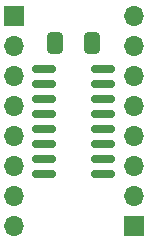
<source format=gts>
G04 #@! TF.GenerationSoftware,KiCad,Pcbnew,(6.0.9)*
G04 #@! TF.CreationDate,2023-05-28T18:50:33+02:00*
G04 #@! TF.ProjectId,SOIC-SSOP-DIP adapter,534f4943-2d53-4534-9f50-2d4449502061,rev?*
G04 #@! TF.SameCoordinates,Original*
G04 #@! TF.FileFunction,Soldermask,Top*
G04 #@! TF.FilePolarity,Negative*
%FSLAX46Y46*%
G04 Gerber Fmt 4.6, Leading zero omitted, Abs format (unit mm)*
G04 Created by KiCad (PCBNEW (6.0.9)) date 2023-05-28 18:50:33*
%MOMM*%
%LPD*%
G01*
G04 APERTURE LIST*
G04 Aperture macros list*
%AMRoundRect*
0 Rectangle with rounded corners*
0 $1 Rounding radius*
0 $2 $3 $4 $5 $6 $7 $8 $9 X,Y pos of 4 corners*
0 Add a 4 corners polygon primitive as box body*
4,1,4,$2,$3,$4,$5,$6,$7,$8,$9,$2,$3,0*
0 Add four circle primitives for the rounded corners*
1,1,$1+$1,$2,$3*
1,1,$1+$1,$4,$5*
1,1,$1+$1,$6,$7*
1,1,$1+$1,$8,$9*
0 Add four rect primitives between the rounded corners*
20,1,$1+$1,$2,$3,$4,$5,0*
20,1,$1+$1,$4,$5,$6,$7,0*
20,1,$1+$1,$6,$7,$8,$9,0*
20,1,$1+$1,$8,$9,$2,$3,0*%
G04 Aperture macros list end*
%ADD10R,1.700000X1.700000*%
%ADD11O,1.700000X1.700000*%
%ADD12RoundRect,0.150000X-0.825000X-0.150000X0.825000X-0.150000X0.825000X0.150000X-0.825000X0.150000X0*%
%ADD13RoundRect,0.250000X-0.412500X-0.650000X0.412500X-0.650000X0.412500X0.650000X-0.412500X0.650000X0*%
G04 APERTURE END LIST*
D10*
X88900000Y-81280000D03*
D11*
X88900000Y-83820000D03*
X88900000Y-86360000D03*
X88900000Y-88900000D03*
X88900000Y-91440000D03*
X88900000Y-93980000D03*
X88900000Y-96520000D03*
X88900000Y-99060000D03*
D12*
X91505000Y-85710000D03*
X91505000Y-86980000D03*
X91505000Y-88250000D03*
X91505000Y-89520000D03*
X91505000Y-90790000D03*
X91505000Y-92060000D03*
X91505000Y-93330000D03*
X91505000Y-94600000D03*
X96455000Y-94600000D03*
X96455000Y-93330000D03*
X96455000Y-92060000D03*
X96455000Y-90790000D03*
X96455000Y-89520000D03*
X96455000Y-88250000D03*
X96455000Y-86980000D03*
X96455000Y-85710000D03*
D10*
X99060000Y-99045000D03*
D11*
X99060000Y-96505000D03*
X99060000Y-93965000D03*
X99060000Y-91425000D03*
X99060000Y-88885000D03*
X99060000Y-86345000D03*
X99060000Y-83805000D03*
X99060000Y-81265000D03*
D13*
X92417500Y-83566000D03*
X95542500Y-83566000D03*
M02*

</source>
